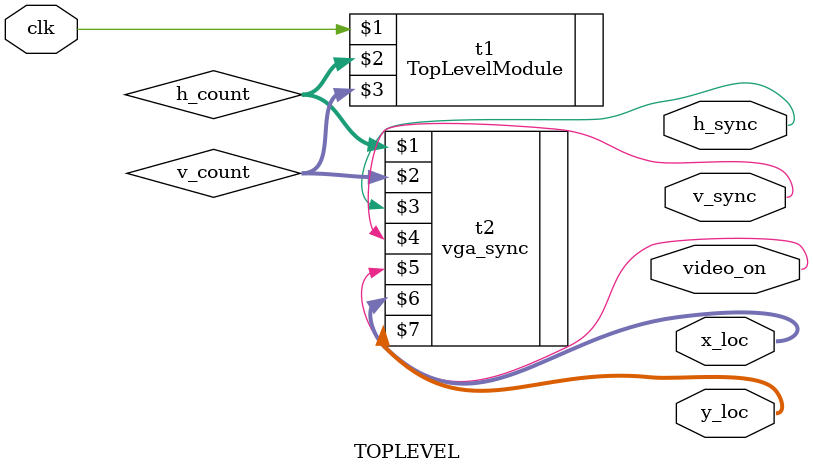
<source format=v>
`timescale 1ns / 1ps


module TOPLEVEL(
input clk,
output h_sync,
output v_sync,
output video_on,
output [9:0] x_loc,
output [9:0] y_loc 
    );
wire [9:0] h_count;
wire [9:0] v_count;

TopLevelModule t1(clk, h_count, v_count);
vga_sync t2(h_count, v_count, h_sync, v_sync, video_on, x_loc, y_loc);
endmodule

</source>
